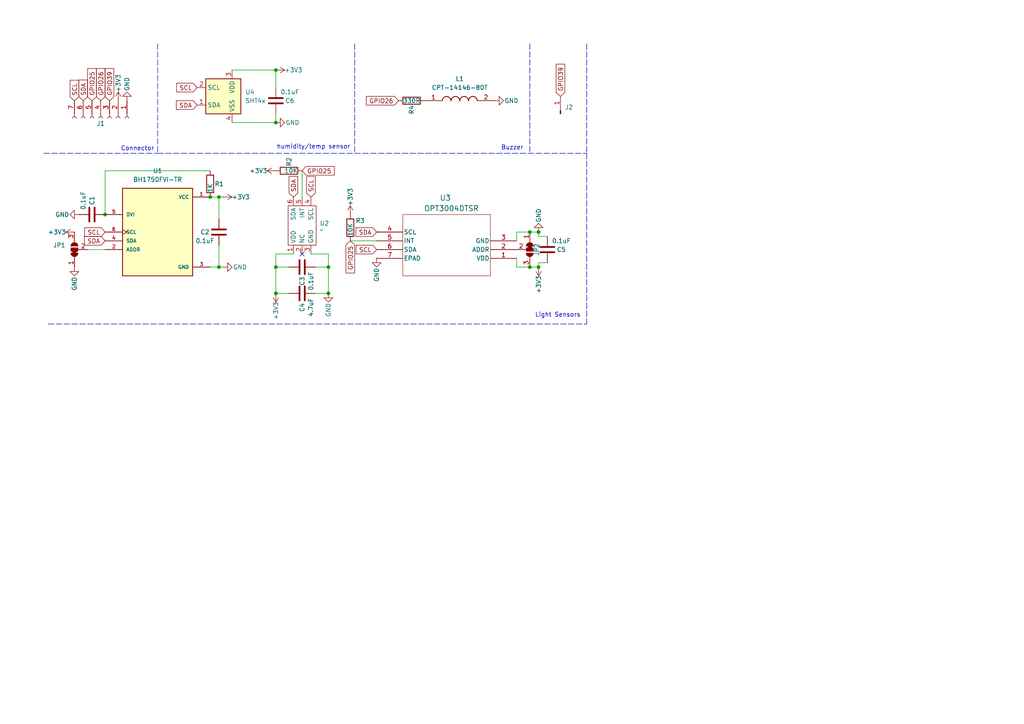
<source format=kicad_sch>
(kicad_sch (version 20231120) (generator "eeschema") (generator_version "8.0")
  (paper "A4")
  (lib_symbols
    (symbol "clock:+3V3" (power) (pin_numbers hide) (pin_names (offset 0) hide)
      (property "Value" "+3V3" (at 0 3.556 0))
      (symbol "+3V3_0_1"
        (polyline (pts (xy -0.762 1.27) (xy 0 2.54)))
        (polyline (pts (xy 0 0) (xy 0 2.54)))
        (polyline (pts (xy 0 2.54) (xy 0.762 1.27)))
      )
      (symbol "+3V3_1_1"
        (pin power_in line (at 0 0 90) (length 0) (name "~") (number "1"))
      )
    )
    (symbol "clock:BH1750FVI-TR" (pin_names (offset 1.016))
      (property "Reference" "U" (at -10.1737 13.462 0))
      (property "Value" "BH1750FVI-TR" (at -9.922 -15.24 0))
      (symbol "BH1750FVI-TR_0_0"
        (rectangle (start -10.16 -12.7) (end 10.16 12.7) (stroke (width 0.254)) (fill (type background)))
        (pin power_in line (at 15.24 10.16 180) (length 5.08) (name "VCC") (number "1"))
        (pin input line (at -15.24 -5.08 0) (length 5.08) (name "ADDR") (number "2"))
        (pin power_in line (at 15.24 -10.16 180) (length 5.08) (name "GND") (number "3"))
        (pin bidirectional line (at -15.24 -2.54 0) (length 5.08) (name "SDA") (number "4"))
        (pin input line (at -15.24 5.08 0) (length 5.08) (name "DVI") (number "5"))
        (pin input clock (at -15.24 0 0) (length 5.08) (name "SCL") (number "6"))
      )
    )
    (symbol "clock:C" (pin_numbers hide) (pin_names (offset 0.254))
      (property "Reference" "C" (at 0.635 2.54 0))
      (property "Value" "C" (at 0.635 -2.54 0))
      (symbol "C_0_1"
        (polyline (pts (xy -2.032 -0.762) (xy 2.032 -0.762)) (stroke (width 0.508)))
        (polyline (pts (xy -2.032 0.762) (xy 2.032 0.762)) (stroke (width 0.508)))
      )
      (symbol "C_1_1"
        (pin passive line (at 0 3.81 270) (length 2.794) (name "~") (number "1"))
        (pin passive line (at 0 -3.81 90) (length 2.794) (name "~") (number "2"))
      )
    )
    (symbol "clock:CPT-14146-80T" (pin_names hide)
      (property "Reference" "L" (at 16.51 6.35 0))
      (property "Value" "CPT-14146-80T" (at 16.51 3.81 0))
      (symbol "CPT-14146-80T_1_1"
        (arc (start 7.62 0) (mid 6.35 1.219) (end 5.08 0) (stroke (width 0.254)))
        (arc (start 10.16 0) (mid 8.89 1.219) (end 7.62 0) (stroke (width 0.254)))
        (arc (start 12.7 0) (mid 11.43 1.219) (end 10.16 0) (stroke (width 0.254)))
        (arc (start 15.24 0) (mid 13.97 1.219) (end 12.7 0) (stroke (width 0.254)))
        (pin passive line (at 0 0 0) (length 5.08) (name "1") (number "1"))
        (pin passive line (at 20.32 0 180) (length 5.08) (name "2") (number "2"))
      )
    )
    (symbol "clock:Conn_01x01_Pin" (pin_names (offset 1.016) hide)
      (property "Reference" "J" (at 0 2.54 0))
      (property "Value" "Conn_01x01_Pin" (at 0 -2.54 0))
      (symbol "Conn_01x01_Pin_1_1"
        (polyline (pts (xy 1.27 0) (xy 0.8636 0)) (stroke (width 0.1524)))
        (rectangle (start 0.8636 0.127) (end 0 -0.127) (stroke (width 0.1524)) (fill (type outline)))
        (pin passive line (at 5.08 0 180) (length 3.81) (name "Pin_1") (number "1"))
      )
    )
    (symbol "clock:Conn_01x07_Socket" (pin_names (offset 1.016) hide)
      (property "Reference" "J" (at 0 10.16 0))
      (property "Value" "Conn_01x07_Socket" (at 0 -10.16 0))
      (symbol "Conn_01x07_Socket_1_1"
        (arc (start 0 -7.112) (mid -0.5058 -7.62) (end 0 -8.128) (stroke (width 0.1524)))
        (arc (start 0 -4.572) (mid -0.5058 -5.08) (end 0 -5.588) (stroke (width 0.1524)))
        (arc (start 0 -2.032) (mid -0.5058 -2.54) (end 0 -3.048) (stroke (width 0.1524)))
        (polyline (pts (xy -1.27 -7.62) (xy -0.508 -7.62)) (stroke (width 0.1524)))
        (polyline (pts (xy -1.27 -5.08) (xy -0.508 -5.08)) (stroke (width 0.1524)))
        (polyline (pts (xy -1.27 -2.54) (xy -0.508 -2.54)) (stroke (width 0.1524)))
        (polyline (pts (xy -1.27 0) (xy -0.508 0)) (stroke (width 0.1524)))
        (polyline (pts (xy -1.27 2.54) (xy -0.508 2.54)) (stroke (width 0.1524)))
        (polyline (pts (xy -1.27 5.08) (xy -0.508 5.08)) (stroke (width 0.1524)))
        (polyline (pts (xy -1.27 7.62) (xy -0.508 7.62)) (stroke (width 0.1524)))
        (arc (start 0 0.508) (mid -0.5058 0) (end 0 -0.508) (stroke (width 0.1524)))
        (arc (start 0 3.048) (mid -0.5058 2.54) (end 0 2.032) (stroke (width 0.1524)))
        (arc (start 0 5.588) (mid -0.5058 5.08) (end 0 4.572) (stroke (width 0.1524)))
        (arc (start 0 8.128) (mid -0.5058 7.62) (end 0 7.112) (stroke (width 0.1524)))
        (pin passive line (at -5.08 7.62 0) (length 3.81) (name "Pin_1") (number "1"))
        (pin passive line (at -5.08 5.08 0) (length 3.81) (name "Pin_2") (number "2"))
        (pin passive line (at -5.08 2.54 0) (length 3.81) (name "Pin_3") (number "3"))
        (pin passive line (at -5.08 0 0) (length 3.81) (name "Pin_4") (number "4"))
        (pin passive line (at -5.08 -2.54 0) (length 3.81) (name "Pin_5") (number "5"))
        (pin passive line (at -5.08 -5.08 0) (length 3.81) (name "Pin_6") (number "6"))
        (pin passive line (at -5.08 -7.62 0) (length 3.81) (name "Pin_7") (number "7"))
      )
    )
    (symbol "clock:GND" (power) (pin_numbers hide) (pin_names (offset 0) hide)
      (property "Value" "GND" (at 0 -3.81 0))
      (symbol "GND_0_1"
        (polyline (pts (xy 0 0) (xy 0 -1.27) (xy 1.27 -1.27) (xy 0 -2.54) (xy -1.27 -1.27) (xy 0 -1.27)))
      )
      (symbol "GND_1_1"
        (pin power_in line (at 0 0 270) (length 0) (name "~") (number "1"))
      )
    )
    (symbol "clock:LTR-F216A"
      (property "Reference" "U" (at 0 0.254 0))
      (symbol "LTR-F216A_0_1"
        (rectangle (start -4.064 6.35) (end 4.064 -5.08))
      )
      (symbol "LTR-F216A_1_1"
        (pin input line (at -2.54 -7.62 90) (length 2.54) (name "VDD") (number "1"))
        (pin input line (at 0 -7.62 90) (length 2.54) (name "NC") (number "2"))
        (pin input line (at 2.54 -7.62 90) (length 2.54) (name "GND") (number "3"))
        (pin input line (at 2.54 8.89 270) (length 2.54) (name "SCL") (number "4"))
        (pin input line (at 0 8.89 270) (length 2.54) (name "INT") (number "5"))
        (pin input line (at -2.54 8.89 270) (length 2.54) (name "SDA") (number "6"))
      )
    )
    (symbol "clock:OPT3004DTSR" (pin_names (offset 0.254))
      (property "Reference" "U" (at 20.32 10.16 0))
      (property "Value" "OPT3004DTSR" (at 20.32 7.62 0))
      (symbol "OPT3004DTSR_0_1"
        (polyline (pts (xy 7.62 -12.7) (xy 33.02 -12.7)) (stroke (width 0.127)))
        (polyline (pts (xy 7.62 5.08) (xy 7.62 -12.7)) (stroke (width 0.127)))
        (polyline (pts (xy 33.02 -12.7) (xy 33.02 5.08)) (stroke (width 0.127)))
        (polyline (pts (xy 33.02 5.08) (xy 7.62 5.08)) (stroke (width 0.127)))
        (pin unspecified line (at 0 0 0) (length 7.62) (name "VDD") (number "1"))
        (pin unspecified line (at 0 -2.54 0) (length 7.62) (name "ADDR") (number "2"))
        (pin unspecified line (at 0 -5.08 0) (length 7.62) (name "GND") (number "3"))
        (pin unspecified line (at 40.64 -7.62 180) (length 7.62) (name "SCL") (number "4"))
        (pin unspecified line (at 40.64 -5.08 180) (length 7.62) (name "INT") (number "5"))
        (pin unspecified line (at 40.64 -2.54 180) (length 7.62) (name "SDA") (number "6"))
        (pin unspecified line (at 40.64 0 180) (length 7.62) (name "EPAD") (number "7"))
      )
    )
    (symbol "clock:R" (pin_numbers hide) (pin_names (offset 0))
      (property "Reference" "R" (at 2.032 0 90))
      (property "Value" "R" (at 0 0 90))
      (symbol "R_0_1"
        (rectangle (start -1.016 -2.54) (end 1.016 2.54) (stroke (width 0.254)))
      )
      (symbol "R_1_1"
        (pin passive line (at 0 3.81 270) (length 1.27) (name "~") (number "1"))
        (pin passive line (at 0 -3.81 90) (length 1.27) (name "~") (number "2"))
      )
    )
    (symbol "clock:SHT4x"
      (property "Reference" "U" (at 0 8.89 0))
      (property "Value" "SHT4x" (at 0 6.35 0))
      (symbol "SHT4x_1_1"
        (rectangle (start -5.08 5.08) (end 5.08 -5.08) (stroke (width 0.254)) (fill (type background)))
        (pin bidirectional line (at -7.62 -2.54 0) (length 2.54) (name "SDA") (number "1"))
        (pin input line (at -7.62 2.54 0) (length 2.54) (name "SCL") (number "2"))
        (pin power_in line (at 2.54 7.62 270) (length 2.54) (name "VDD") (number "3"))
        (pin power_in line (at 2.54 -7.62 90) (length 2.54) (name "VSS") (number "4"))
      )
    )
    (symbol "clock:SolderJumper_3_Bridged12" (pin_names (offset 0) hide) (exclude_from_sim yes) (in_bom no)
      (property "Reference" "JP" (at -2.54 -2.54 0))
      (property "Value" "SolderJumper_3_Bridged12" (at 0 2.794 0))
      (symbol "SolderJumper_3_Bridged12_0_1"
        (rectangle (start -1.016 0.508) (end -0.508 -0.508) (fill (type outline)))
        (arc (start -1.016 1.016) (mid -2.0276 0) (end -1.016 -1.016))
        (arc (start -1.016 1.016) (mid -2.0276 0) (end -1.016 -1.016) (fill (type outline)))
        (rectangle (start -0.508 1.016) (end 0.508 -1.016) (fill (type outline)))
        (polyline (pts (xy -2.54 0) (xy -2.032 0)))
        (polyline (pts (xy -1.016 1.016) (xy -1.016 -1.016)))
        (polyline (pts (xy 0 -1.27) (xy 0 -1.016)))
        (polyline (pts (xy 1.016 1.016) (xy 1.016 -1.016)))
        (polyline (pts (xy 2.54 0) (xy 2.032 0)))
        (arc (start 1.016 -1.016) (mid 2.0276 0) (end 1.016 1.016))
        (arc (start 1.016 -1.016) (mid 2.0276 0) (end 1.016 1.016) (fill (type outline)))
      )
      (symbol "SolderJumper_3_Bridged12_1_1"
        (pin passive line (at -5.08 0 0) (length 2.54) (name "A") (number "1"))
        (pin passive line (at 0 -3.81 90) (length 2.54) (name "C") (number "2"))
        (pin passive line (at 5.08 0 180) (length 2.54) (name "B") (number "3"))
      )
    )
  )
  (junction (at 63.5 57.15))
  (junction (at 156.21 67.31))
  (junction (at 153.67 77.47))
  (junction (at 153.67 67.31))
  (junction (at 80.01 77.47))
  (junction (at 63.5 77.47))
  (junction (at 156.21 77.47))
  (junction (at 95.25 77.47))
  (junction (at 95.25 85.09))
  (junction (at 80.01 35.56))
  (junction (at 80.01 85.09))
  (junction (at 60.96 57.15))
  (junction (at 30.48 62.23))
  (junction (at 80.01 20.32))
  (no_connect (at 87.63 73.66))
  (wire (pts (xy 80.01 20.32) (xy 80.01 25.4)))
  (polyline (pts (xy 12.7 44.45) (xy 45.72 44.45)) (stroke (width 0) (type dash)))
  (wire (pts (xy 80.01 85.09) (xy 80.01 77.47)))
  (wire (pts (xy 80.01 85.09) (xy 83.82 85.09)))
  (wire (pts (xy 80.01 73.66) (xy 80.01 77.47)))
  (wire (pts (xy 156.21 77.47) (xy 156.21 76.2)))
  (wire (pts (xy 95.25 85.09) (xy 95.25 77.47)))
  (wire (pts (xy 91.44 85.09) (xy 95.25 85.09)))
  (polyline (pts (xy 45.72 12.7) (xy 45.72 44.45)) (stroke (width 0) (type dash)))
  (wire (pts (xy 149.86 67.31) (xy 149.86 69.85)))
  (wire (pts (xy 25.4 72.39) (xy 30.48 72.39)))
  (polyline (pts (xy 45.72 44.45) (xy 170.18 44.45)) (stroke (width 0) (type dash)))
  (wire (pts (xy 60.96 49.53) (xy 30.48 49.53)))
  (wire (pts (xy 64.77 57.15) (xy 63.5 57.15)))
  (wire (pts (xy 91.44 77.47) (xy 95.25 77.47)))
  (wire (pts (xy 67.31 20.32) (xy 80.01 20.32)))
  (wire (pts (xy 63.5 77.47) (xy 60.96 77.47)))
  (polyline (pts (xy 170.18 44.45) (xy 170.18 93.98)) (stroke (width 0) (type dash)))
  (wire (pts (xy 149.86 77.47) (xy 153.67 77.47)))
  (wire (pts (xy 63.5 71.12) (xy 63.5 77.47)))
  (wire (pts (xy 158.75 76.2) (xy 156.21 76.2)))
  (wire (pts (xy 63.5 57.15) (xy 63.5 63.5)))
  (wire (pts (xy 156.21 67.31) (xy 156.21 68.58)))
  (wire (pts (xy 158.75 68.58) (xy 156.21 68.58)))
  (wire (pts (xy 101.6 69.85) (xy 109.22 69.85)))
  (wire (pts (xy 80.01 77.47) (xy 83.82 77.47)))
  (polyline (pts (xy 153.67 12.7) (xy 153.67 44.45)) (stroke (width 0) (type dash)))
  (wire (pts (xy 149.86 67.31) (xy 153.67 67.31)))
  (polyline (pts (xy 102.87 12.7) (xy 102.87 44.45)) (stroke (width 0) (type dash)))
  (wire (pts (xy 30.48 49.53) (xy 30.48 62.23)))
  (polyline (pts (xy 13.97 93.98) (xy 170.18 93.98)) (stroke (width 0) (type dash)))
  (wire (pts (xy 80.01 35.56) (xy 80.01 33.02)))
  (wire (pts (xy 64.77 77.47) (xy 63.5 77.47)))
  (wire (pts (xy 153.67 67.31) (xy 156.21 67.31)))
  (wire (pts (xy 95.25 73.66) (xy 95.25 77.47)))
  (wire (pts (xy 149.86 77.47) (xy 149.86 74.93)))
  (wire (pts (xy 67.31 35.56) (xy 80.01 35.56)))
  (wire (pts (xy 63.5 57.15) (xy 60.96 57.15)))
  (wire (pts (xy 153.67 77.47) (xy 156.21 77.47)))
  (polyline (pts (xy 170.18 12.7) (xy 170.18 44.45)) (stroke (width 0) (type dash)))
  (wire (pts (xy 87.63 49.53) (xy 87.63 57.15)))
  (wire (pts (xy 95.25 73.66) (xy 90.17 73.66)))
  (wire (pts (xy 80.01 73.66) (xy 85.09 73.66)))
  (text "Light Sensors" (at 161.798 91.44 0) (effects (font (size 1.27 1.27))))
  (text "humidity/temp sensor" (at 90.932 42.672 0) (effects (font (size 1.27 1.27))))
  (text "Connector" (at 39.878 43.18 0) (effects (font (size 1.27 1.27))))
  (text "Buzzer" (at 148.59 42.926 0) (effects (font (size 1.27 1.27))))
  (global_label "GPIO26" (shape input) (at 115.57 29.21 180) (property "Intersheetrefs" "${INTERSHEET_REFS}" (effects (hide yes))))
  (global_label "SCL" (shape input) (at 30.48 67.31 180) (property "Intersheetrefs" "${INTERSHEET_REFS}" (effects (hide yes))))
  (global_label "GPIO39" (shape input) (at 31.75 29.21 90) (property "Intersheetrefs" "${INTERSHEET_REFS}" (effects (hide yes))))
  (global_label "SDA" (shape input) (at 85.09 57.15 90) (property "Intersheetrefs" "${INTERSHEET_REFS}" (effects (hide yes))))
  (global_label "SCL" (shape input) (at 90.17 57.15 90) (property "Intersheetrefs" "${INTERSHEET_REFS}" (effects (hide yes))))
  (global_label "GPIO25" (shape input) (at 101.6 69.85 270) (property "Intersheetrefs" "${INTERSHEET_REFS}" (effects (hide yes))))
  (global_label "SDA" (shape input) (at 57.15 30.48 180) (property "Intersheetrefs" "${INTERSHEET_REFS}" (effects (hide yes))))
  (global_label "SDA" (shape input) (at 24.13 29.21 90) (property "Intersheetrefs" "${INTERSHEET_REFS}" (effects (hide yes))))
  (global_label "GPIO25" (shape input) (at 26.67 29.21 90) (property "Intersheetrefs" "${INTERSHEET_REFS}" (effects (hide yes))))
  (global_label "SDA" (shape input) (at 109.22 67.31 180) (property "Intersheetrefs" "${INTERSHEET_REFS}" (effects (hide yes))))
  (global_label "GPIO39" (shape input) (at 162.56 27.94 90) (property "Intersheetrefs" "${INTERSHEET_REFS}" (effects (hide yes))))
  (global_label "GPIO26" (shape input) (at 29.21 29.21 90) (property "Intersheetrefs" "${INTERSHEET_REFS}" (effects (hide yes))))
  (global_label "SDA" (shape input) (at 30.48 69.85 180) (property "Intersheetrefs" "${INTERSHEET_REFS}" (effects (hide yes))))
  (global_label "GPIO25" (shape input) (at 87.63 49.53 0) (property "Intersheetrefs" "${INTERSHEET_REFS}" (effects (hide yes))))
  (global_label "SCL" (shape input) (at 57.15 25.4 180) (property "Intersheetrefs" "${INTERSHEET_REFS}" (effects (hide yes))))
  (global_label "SCL" (shape input) (at 21.59 29.21 90) (property "Intersheetrefs" "${INTERSHEET_REFS}" (effects (hide yes))))
  (global_label "SCL" (shape input) (at 109.22 72.39 180) (property "Intersheetrefs" "${INTERSHEET_REFS}" (effects (hide yes))))
  (symbol (lib_id "clock:GND") (at 64.77 77.47 90) (unit 1)
    (property "Reference" "#PWR07" (effects (hide yes)))
    (property "Value" "GND" (at 69.596 77.47 90))
    (property "Description" "Power symbol creates a global label with name \"GND\" , ground" (effects (hide yes)))
  )
  (symbol (lib_id "clock:GND") (at 95.25 85.09 0) (unit 1)
    (property "Reference" "#PWR09" (effects (hide yes)))
    (property "Value" "GND" (at 95.25 89.916 90))
    (property "Description" "Power symbol creates a global label with name \"GND\" , ground" (effects (hide yes)))
  )
  (symbol (lib_id "clock:C") (at 158.75 72.39 180) (unit 1)
    (property "Reference" "C5" (at 162.814 72.39 0))
    (property "Value" "0.1uF" (at 162.814 69.85 0))
    (property "Footprint" "Capacitor_SMD:C_0603_1608Metric" (effects (hide yes)))
    (property "Description" "Unpolarized capacitor" (effects (hide yes)))
  )
  (symbol (lib_id "clock:SolderJumper_3_Bridged12") (at 21.59 72.39 90) (unit 1) (exclude_from_sim yes) (in_bom no)
    (property "Reference" "JP1" (at 19.05 71.1199 90) (effects (justify left)))
    (property "Value" "SolderJumper_3_Bridged12" (effects (hide yes)))
    (property "Footprint" "Jumper:SolderJumper-3_P1.3mm_Bridged2Bar12_RoundedPad1.0x1.5mm" (effects (hide yes)))
    (property "Description" "3-pole Solder Jumper, pins 1+2 closed/bridged" (effects (hide yes)))
  )
  (symbol (lib_id "clock:+3V3") (at 64.77 57.15 270) (unit 1)
    (property "Reference" "#PWR03" (effects (hide yes)))
    (property "Value" "+3V3" (at 69.85 57.15 90))
    (property "Description" "Power symbol creates a global label with name \"+3V3\"" (effects (hide yes)))
  )
  (symbol (lib_id "clock:GND") (at 80.01 35.56 90) (unit 1)
    (property "Reference" "#PWR016" (effects (hide yes)))
    (property "Value" "GND" (at 84.836 35.56 90))
    (property "Description" "Power symbol creates a global label with name \"GND\" , ground" (effects (hide yes)))
  )
  (symbol (lib_id "clock:GND") (at 143.51 29.21 90) (unit 1)
    (property "Reference" "#PWR017" (effects (hide yes)))
    (property "Value" "GND" (at 148.336 29.21 90))
    (property "Description" "Power symbol creates a global label with name \"GND\" , ground" (effects (hide yes)))
  )
  (symbol (lib_id "clock:+3V3") (at 156.21 77.47 180) (unit 1)
    (property "Reference" "#PWR011" (effects (hide yes)))
    (property "Value" "+3V3" (at 156.21 82.55 90))
    (property "Description" "Power symbol creates a global label with name \"+3V3\"" (effects (hide yes)))
  )
  (symbol (lib_id "clock:GND") (at 22.86 62.23 270) (unit 1)
    (property "Reference" "#PWR04" (effects (hide yes)))
    (property "Value" "GND" (at 18.034 62.23 90))
    (property "Description" "Power symbol creates a global label with name \"GND\" , ground" (effects (hide yes)))
  )
  (symbol (lib_id "clock:C") (at 63.5 67.31 0) (unit 1)
    (property "Reference" "C2" (at 59.436 67.31 0))
    (property "Value" "0.1uF" (at 59.436 69.85 0))
    (property "Footprint" "Capacitor_SMD:C_0603_1608Metric" (effects (hide yes)))
    (property "Description" "Unpolarized capacitor" (effects (hide yes)))
  )
  (symbol (lib_id "clock:+3V3") (at 80.01 20.32 270) (unit 1)
    (property "Reference" "#PWR015" (effects (hide yes)))
    (property "Value" "+3V3" (at 85.09 20.32 90))
    (property "Description" "Power symbol creates a global label with name \"+3V3\"" (effects (hide yes)))
  )
  (symbol (lib_id "clock:+3V3") (at 80.01 85.09 180) (unit 1)
    (property "Reference" "#PWR08" (effects (hide yes)))
    (property "Value" "+3V3" (at 80.01 90.17 90))
    (property "Description" "Power symbol creates a global label with name \"+3V3\"" (effects (hide yes)))
  )
  (symbol (lib_id "clock:R") (at 101.6 66.04 0) (unit 1)
    (property "Reference" "R3" (at 103.124 64.008 0) (effects (justify left)))
    (property "Value" "10K" (at 101.6 68.58 90) (effects (justify left)))
    (property "Footprint" "Resistor_SMD:R_0402_1005Metric" (effects (hide yes)))
    (property "Description" "Resistor" (effects (hide yes)))
  )
  (symbol (lib_id "clock:+3V3") (at 34.29 29.21 0) (unit 1)
    (property "Reference" "#PWR01" (effects (hide yes)))
    (property "Value" "+3V3" (at 34.29 24.13 90))
    (property "Description" "Power symbol creates a global label with name \"+3V3\"" (effects (hide yes)))
  )
  (symbol (lib_id "clock:GND") (at 156.21 67.31 180) (unit 1)
    (property "Reference" "#PWR012" (effects (hide yes)))
    (property "Value" "GND" (at 156.21 62.484 90))
    (property "Description" "Power symbol creates a global label with name \"GND\" , ground" (effects (hide yes)))
  )
  (symbol (lib_id "clock:R") (at 83.82 49.53 90) (unit 1)
    (property "Reference" "R2" (at 83.82 48.26 0) (effects (justify left)))
    (property "Value" "10K" (at 86.36 49.53 90) (effects (justify left)))
    (property "Footprint" "Resistor_SMD:R_0402_1005Metric" (effects (hide yes)))
    (property "Description" "Resistor" (effects (hide yes)))
  )
  (symbol (lib_id "clock:GND") (at 21.59 77.47 0) (unit 1)
    (property "Reference" "#PWR05" (effects (hide yes)))
    (property "Value" "GND" (at 21.59 82.296 90))
    (property "Description" "Power symbol creates a global label with name \"GND\" , ground" (effects (hide yes)))
  )
  (symbol (lib_id "clock:Conn_01x07_Socket") (at 29.21 34.29 270) (unit 1)
    (property "Reference" "J1" (at 29.21 35.814 90))
    (property "Value" "Conn_01x07_Socket" (effects (hide yes)))
    (property "Footprint" "Connector_PinHeader_2.54mm:PinHeader_1x07_P2.54mm_Horizontal" (effects (hide yes)))
    (property "Description" "Generic connector, single row, 01x07, script generated" (effects (hide yes)))
  )
  (symbol (lib_id "clock:R") (at 119.38 29.21 270) (unit 1)
    (property "Reference" "R4" (at 119.38 30.48 0) (effects (justify left)))
    (property "Value" "330R" (at 116.84 29.21 90) (effects (justify left)))
    (property "Footprint" "Resistor_SMD:R_0402_1005Metric" (effects (hide yes)))
    (property "Description" "Resistor" (effects (hide yes)))
  )
  (symbol (lib_id "clock:C") (at 87.63 85.09 90) (unit 1)
    (property "Reference" "C4" (at 87.63 89.154 0))
    (property "Value" "4.7uF" (at 90.17 89.154 0))
    (property "Footprint" "Capacitor_SMD:C_0603_1608Metric" (effects (hide yes)))
    (property "Description" "Unpolarized capacitor" (effects (hide yes)))
  )
  (symbol (lib_id "clock:C") (at 87.63 77.47 90) (unit 1)
    (property "Reference" "C3" (at 87.63 81.534 0))
    (property "Value" "0.1uF" (at 90.17 81.534 0))
    (property "Footprint" "Capacitor_SMD:C_0603_1608Metric" (effects (hide yes)))
    (property "Description" "Unpolarized capacitor" (effects (hide yes)))
  )
  (symbol (lib_id "clock:+3V3") (at 21.59 67.31 90) (unit 1)
    (property "Reference" "#PWR06" (effects (hide yes)))
    (property "Value" "+3V3" (at 16.51 67.31 90))
    (property "Description" "Power symbol creates a global label with name \"+3V3\"" (effects (hide yes)))
  )
  (symbol (lib_id "clock:C") (at 26.67 62.23 270) (unit 1)
    (property "Reference" "C1" (at 26.67 58.166 0))
    (property "Value" "0.1uF" (at 24.13 58.166 0))
    (property "Footprint" "Capacitor_SMD:C_0603_1608Metric" (effects (hide yes)))
    (property "Description" "Unpolarized capacitor" (effects (hide yes)))
  )
  (symbol (lib_id "clock:C") (at 80.01 29.21 180) (unit 1)
    (property "Reference" "C6" (at 84.074 29.21 0))
    (property "Value" "0.1uF" (at 84.074 26.67 0))
    (property "Footprint" "Capacitor_SMD:C_0603_1608Metric" (effects (hide yes)))
    (property "Description" "Unpolarized capacitor" (effects (hide yes)))
  )
  (symbol (lib_id "clock:Conn_01x01_Pin") (at 162.56 33.02 90) (unit 1)
    (property "Reference" "J2" (at 163.83 31.1149 90) (effects (justify right)))
    (property "Value" "Conn_01x01_Pin" (effects (hide yes)))
    (property "Footprint" "Connector_PinHeader_2.54mm:PinHeader_1x01_P2.54mm_Vertical" (effects (hide yes)))
    (property "Description" "Generic connector, single row, 01x01, script generated" (effects (hide yes)))
  )
  (symbol (lib_id "clock:LTR-F216A") (at 87.63 66.04 0) (unit 1)
    (property "Reference" "U2" (at 92.71 64.7699 0) (effects (justify left)))
    (property "Value" "~" (at 92.71 66.675 0) (effects (justify left)))
    (property "Footprint" "clock:LTR-F216A" (effects (hide yes)))
  )
  (symbol (lib_id "clock:GND") (at 36.83 29.21 180) (unit 1)
    (property "Reference" "#PWR02" (effects (hide yes)))
    (property "Value" "GND" (at 36.83 24.384 90))
    (property "Description" "Power symbol creates a global label with name \"GND\" , ground" (effects (hide yes)))
  )
  (symbol (lib_id "clock:+3V3") (at 101.6 62.23 0) (unit 1)
    (property "Reference" "#PWR013" (effects (hide yes)))
    (property "Value" "+3V3" (at 101.6 57.15 90))
    (property "Description" "Power symbol creates a global label with name \"+3V3\"" (effects (hide yes)))
  )
  (symbol (lib_id "clock:BH1750FVI-TR") (at 45.72 67.31 0) (unit 1)
    (property "Reference" "U1" (at 45.72 49.53 0))
    (property "Value" "BH1750FVI-TR" (at 45.72 52.07 0))
    (property "Footprint" "clock:XDCR_BH1750FVI-TR" (effects (hide yes)))
    (property "MF" "Rohm" (effects (hide yes)))
    (property "MAXIMUM_PACKAGE_HEIGHT" "0.75mm" (effects (hide yes)))
    (property "Package" "SMD-6 ROHM Semiconductor" (effects (hide yes)))
    (property "Price" "None" (effects (hide yes)))
    (property "Check_prices" "https://www.snapeda.com/parts/BH1750FVI-TR/Rohm/view-part/?ref=eda" (effects (hide yes)))
    (property "STANDARD" "Manufacturer recommendations" (effects (hide yes)))
    (property "PARTREV" "D" (effects (hide yes)))
    (property "SnapEDA_Link" "https://www.snapeda.com/parts/BH1750FVI-TR/Rohm/view-part/?ref=snap" (effects (hide yes)))
    (property "MP" "BH1750FVI-TR" (effects (hide yes)))
    (property "Description_1" "\n                        \n                            Optical Sensor Ambient 560nm I2C 6-SMD, Flat Lead Exposed Pad\n                        \n" (effects (hide yes)))
    (property "Availability" "In Stock" (effects (hide yes)))
    (property "MANUFACTURER" "Rohm" (effects (hide yes)))
  )
  (symbol (lib_id "clock:SolderJumper_3_Bridged12") (at 153.67 72.39 270) (unit 1) (exclude_from_sim yes) (in_bom no)
    (property "Reference" "JP2" (at 155.702 72.39 0))
    (property "Value" "SolderJumper_3_Bridged12" (effects (hide yes)))
    (property "Footprint" "Jumper:SolderJumper-3_P1.3mm_Bridged2Bar12_RoundedPad1.0x1.5mm" (effects (hide yes)))
    (property "Description" "3-pole Solder Jumper, pins 1+2 closed/bridged" (effects (hide yes)))
  )
  (symbol (lib_id "clock:R") (at 60.96 53.34 0) (unit 1)
    (property "Reference" "R1" (at 62.23 53.34 0) (effects (justify left)))
    (property "Value" "1K" (at 60.96 55.88 90) (effects (justify left)))
    (property "Footprint" "Resistor_SMD:R_0402_1005Metric" (effects (hide yes)))
    (property "Description" "Resistor" (effects (hide yes)))
  )
  (symbol (lib_id "clock:CPT-14146-80T") (at 123.19 29.21 0) (unit 1)
    (property "Reference" "L1" (at 133.35 22.86 0))
    (property "Value" "CPT-14146-80T" (at 133.35 25.4 0))
    (property "Footprint" "clock:CPT1414680T" (effects (hide yes)))
    (property "Datasheet" "https://www.cuidevices.com/product/resource/digikeypdf/cpt-14146-80t.pdf" (effects (hide yes)))
    (property "Description" "Piezo Buzzers & Audio Indicators buzzer, 14 mm Round, 6.7 mm deep, 10 Vp-p, 80 dB, Through Hole, Piezo Audio Transducer" (effects (hide yes)))
    (property "Height" "7.2" (effects (hide yes)))
    (property "Mouser Part Number" "490-CPT-14146-80T" (effects (hide yes)))
    (property "Mouser Price/Stock" "https://www.mouser.co.uk/ProductDetail/CUI-Devices/CPT-14146-80T?qs=pBJMDPsKWf3pym5QY1xQDQ%3D%3D" (effects (hide yes)))
    (property "Manufacturer_Name" "Same Sky" (effects (hide yes)))
    (property "Manufacturer_Part_Number" "CPT-14146-80T" (effects (hide yes)))
  )
  (symbol (lib_id "clock:+3V3") (at 80.01 49.53 90) (unit 1)
    (property "Reference" "#PWR010" (effects (hide yes)))
    (property "Value" "+3V3" (at 74.93 49.53 90))
    (property "Description" "Power symbol creates a global label with name \"+3V3\"" (effects (hide yes)))
  )
  (symbol (lib_id "clock:GND") (at 109.22 74.93 0) (unit 1)
    (property "Reference" "#PWR014" (effects (hide yes)))
    (property "Value" "GND" (at 109.22 79.756 90))
    (property "Description" "Power symbol creates a global label with name \"GND\" , ground" (effects (hide yes)))
  )
  (symbol (lib_id "clock:OPT3004DTSR") (at 149.86 74.93 180) (unit 1)
    (property "Reference" "U3" (at 127.508 57.404 0) (effects (font (size 1.524 1.524)) (justify right)))
    (property "Value" "OPT3004DTSR" (at 122.9359 60.452 0) (effects (font (size 1.524 1.524)) (justify right)))
    (property "Footprint" "clock:DNP6_TEX" (effects (hide yes)))
    (property "Datasheet" "OPT3004DTSR" (effects (hide yes)))
  )
  (symbol (lib_id "clock:SHT4x") (at 64.77 27.94 0) (unit 1)
    (property "Reference" "U4" (at 71.12 26.6699 0) (effects (justify left)))
    (property "Value" "SHT4x" (at 71.12 29.2099 0) (effects (justify left)))
    (property "Footprint" "clock:Sensirion_DFN-4_1.5x1.5mm_P0.8mm_SHT4x_NoCentralPad" (effects (hide yes)))
    (property "Datasheet" "https://sensirion.com/media/documents/33FD6951/624C4357/Datasheet_SHT4x.pdf" (effects (hide yes)))
    (property "Description" "Digital Humidity and Temperature Sensor, ±1%RH, ±0.1°C, I2C, 1.08-3.6V, 16bit, DFN-4" (effects (hide yes)))
  )
)
</source>
